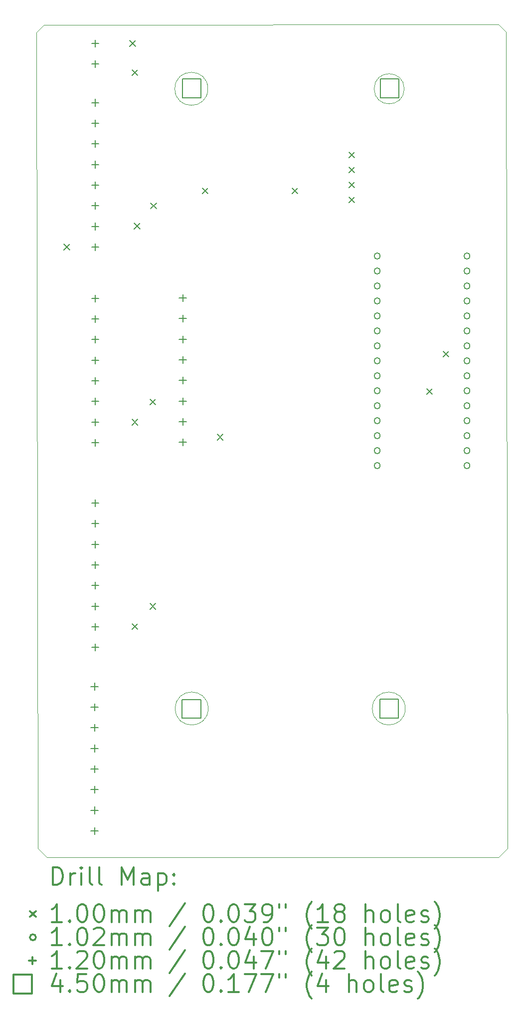
<source format=gbr>
%FSLAX45Y45*%
G04 Gerber Fmt 4.5, Leading zero omitted, Abs format (unit mm)*
G04 Created by KiCad (PCBNEW (6.0.0-rc1-dev-347-gd8782b751)) date 11/16/19 19:04:07*
%MOMM*%
%LPD*%
G01*
G04 APERTURE LIST*
%ADD10C,0.100000*%
%ADD11C,0.200000*%
%ADD12C,0.300000*%
G04 APERTURE END LIST*
D10*
X8331200Y-17322800D02*
X8178800Y-17170400D01*
X8280400Y-3200400D02*
X8153400Y-3327400D01*
X16154400Y-17170400D02*
X16002000Y-17322800D01*
X16135350Y-3321050D02*
X16008350Y-3194050D01*
X11074689Y-14802138D02*
G75*
G03X11074689Y-14802138I-279689J0D01*
G01*
X14420850Y-14801850D02*
G75*
G03X14420850Y-14801850I-279400J0D01*
G01*
X11069202Y-4287402D02*
G75*
G03X11069202Y-4287402I-280552J0D01*
G01*
X14403067Y-4287517D02*
G75*
G03X14403067Y-4287517I-255267J0D01*
G01*
X8178800Y-17170400D02*
X8153400Y-3327400D01*
X16002000Y-17322800D02*
X8331200Y-17322800D01*
X16135350Y-3321050D02*
X16154400Y-17170400D01*
X8280400Y-3200400D02*
X16008350Y-3194050D01*
D11*
X8624100Y-6922300D02*
X8724100Y-7022300D01*
X8724100Y-6922300D02*
X8624100Y-7022300D01*
X9741700Y-3467900D02*
X9841700Y-3567900D01*
X9841700Y-3467900D02*
X9741700Y-3567900D01*
X9779800Y-3963200D02*
X9879800Y-4063200D01*
X9879800Y-3963200D02*
X9779800Y-4063200D01*
X9779800Y-9894100D02*
X9879800Y-9994100D01*
X9879800Y-9894100D02*
X9779800Y-9994100D01*
X9779800Y-13361200D02*
X9879800Y-13461200D01*
X9879800Y-13361200D02*
X9779800Y-13461200D01*
X9817900Y-6566700D02*
X9917900Y-6666700D01*
X9917900Y-6566700D02*
X9817900Y-6666700D01*
X10084600Y-9551200D02*
X10184600Y-9651200D01*
X10184600Y-9551200D02*
X10084600Y-9651200D01*
X10084600Y-13018300D02*
X10184600Y-13118300D01*
X10184600Y-13018300D02*
X10084600Y-13118300D01*
X10097300Y-6223800D02*
X10197300Y-6323800D01*
X10197300Y-6223800D02*
X10097300Y-6323800D01*
X10973600Y-5969800D02*
X11073600Y-6069800D01*
X11073600Y-5969800D02*
X10973600Y-6069800D01*
X11227600Y-10148100D02*
X11327600Y-10248100D01*
X11327600Y-10148100D02*
X11227600Y-10248100D01*
X12497600Y-5969800D02*
X12597600Y-6069800D01*
X12597600Y-5969800D02*
X12497600Y-6069800D01*
X14783600Y-9373400D02*
X14883600Y-9473400D01*
X14883600Y-9373400D02*
X14783600Y-9473400D01*
X15063000Y-8738400D02*
X15163000Y-8838400D01*
X15163000Y-8738400D02*
X15063000Y-8838400D01*
X13462800Y-5360200D02*
X13562800Y-5460200D01*
X13562800Y-5360200D02*
X13462800Y-5460200D01*
X13462800Y-5614200D02*
X13562800Y-5714200D01*
X13562800Y-5614200D02*
X13462800Y-5714200D01*
X13462800Y-5868200D02*
X13562800Y-5968200D01*
X13562800Y-5868200D02*
X13462800Y-5968200D01*
X13462800Y-6122200D02*
X13562800Y-6222200D01*
X13562800Y-6122200D02*
X13462800Y-6222200D01*
X15519400Y-7124700D02*
G75*
G03X15519400Y-7124700I-50800J0D01*
G01*
X15519400Y-7378700D02*
G75*
G03X15519400Y-7378700I-50800J0D01*
G01*
X15519400Y-7632700D02*
G75*
G03X15519400Y-7632700I-50800J0D01*
G01*
X15519400Y-7886700D02*
G75*
G03X15519400Y-7886700I-50800J0D01*
G01*
X15519400Y-8140700D02*
G75*
G03X15519400Y-8140700I-50800J0D01*
G01*
X15519400Y-8394700D02*
G75*
G03X15519400Y-8394700I-50800J0D01*
G01*
X15519400Y-8648700D02*
G75*
G03X15519400Y-8648700I-50800J0D01*
G01*
X15519400Y-8902700D02*
G75*
G03X15519400Y-8902700I-50800J0D01*
G01*
X15519400Y-9156700D02*
G75*
G03X15519400Y-9156700I-50800J0D01*
G01*
X15519400Y-9410700D02*
G75*
G03X15519400Y-9410700I-50800J0D01*
G01*
X15519400Y-9664700D02*
G75*
G03X15519400Y-9664700I-50800J0D01*
G01*
X15519400Y-9918700D02*
G75*
G03X15519400Y-9918700I-50800J0D01*
G01*
X15519400Y-10172700D02*
G75*
G03X15519400Y-10172700I-50800J0D01*
G01*
X15519400Y-10426700D02*
G75*
G03X15519400Y-10426700I-50800J0D01*
G01*
X15519400Y-10680700D02*
G75*
G03X15519400Y-10680700I-50800J0D01*
G01*
X13995400Y-7124700D02*
G75*
G03X13995400Y-7124700I-50800J0D01*
G01*
X13995400Y-7378700D02*
G75*
G03X13995400Y-7378700I-50800J0D01*
G01*
X13995400Y-7632700D02*
G75*
G03X13995400Y-7632700I-50800J0D01*
G01*
X13995400Y-7886700D02*
G75*
G03X13995400Y-7886700I-50800J0D01*
G01*
X13995400Y-8140700D02*
G75*
G03X13995400Y-8140700I-50800J0D01*
G01*
X13995400Y-8394700D02*
G75*
G03X13995400Y-8394700I-50800J0D01*
G01*
X13995400Y-8648700D02*
G75*
G03X13995400Y-8648700I-50800J0D01*
G01*
X13995400Y-8902700D02*
G75*
G03X13995400Y-8902700I-50800J0D01*
G01*
X13995400Y-9156700D02*
G75*
G03X13995400Y-9156700I-50800J0D01*
G01*
X13995400Y-9410700D02*
G75*
G03X13995400Y-9410700I-50800J0D01*
G01*
X13995400Y-9664700D02*
G75*
G03X13995400Y-9664700I-50800J0D01*
G01*
X13995400Y-9918700D02*
G75*
G03X13995400Y-9918700I-50800J0D01*
G01*
X13995400Y-10172700D02*
G75*
G03X13995400Y-10172700I-50800J0D01*
G01*
X13995400Y-10426700D02*
G75*
G03X13995400Y-10426700I-50800J0D01*
G01*
X13995400Y-10680700D02*
G75*
G03X13995400Y-10680700I-50800J0D01*
G01*
X10642600Y-7775900D02*
X10642600Y-7895900D01*
X10582600Y-7835900D02*
X10702600Y-7835900D01*
X10642600Y-8125900D02*
X10642600Y-8245900D01*
X10582600Y-8185900D02*
X10702600Y-8185900D01*
X10642600Y-8475900D02*
X10642600Y-8595900D01*
X10582600Y-8535900D02*
X10702600Y-8535900D01*
X10642600Y-8825900D02*
X10642600Y-8945900D01*
X10582600Y-8885900D02*
X10702600Y-8885900D01*
X10642600Y-9175900D02*
X10642600Y-9295900D01*
X10582600Y-9235900D02*
X10702600Y-9235900D01*
X10642600Y-9525900D02*
X10642600Y-9645900D01*
X10582600Y-9585900D02*
X10702600Y-9585900D01*
X10642600Y-9875900D02*
X10642600Y-9995900D01*
X10582600Y-9935900D02*
X10702600Y-9935900D01*
X10642600Y-10225900D02*
X10642600Y-10345900D01*
X10582600Y-10285900D02*
X10702600Y-10285900D01*
X9156700Y-11255700D02*
X9156700Y-11375700D01*
X9096700Y-11315700D02*
X9216700Y-11315700D01*
X9156700Y-11605700D02*
X9156700Y-11725700D01*
X9096700Y-11665700D02*
X9216700Y-11665700D01*
X9156700Y-11955700D02*
X9156700Y-12075700D01*
X9096700Y-12015700D02*
X9216700Y-12015700D01*
X9156700Y-12305700D02*
X9156700Y-12425700D01*
X9096700Y-12365700D02*
X9216700Y-12365700D01*
X9156700Y-12655700D02*
X9156700Y-12775700D01*
X9096700Y-12715700D02*
X9216700Y-12715700D01*
X9156700Y-13005700D02*
X9156700Y-13125700D01*
X9096700Y-13065700D02*
X9216700Y-13065700D01*
X9156700Y-13355700D02*
X9156700Y-13475700D01*
X9096700Y-13415700D02*
X9216700Y-13415700D01*
X9156700Y-13705700D02*
X9156700Y-13825700D01*
X9096700Y-13765700D02*
X9216700Y-13765700D01*
X9156700Y-7781028D02*
X9156700Y-7901028D01*
X9096700Y-7841028D02*
X9216700Y-7841028D01*
X9156700Y-8131028D02*
X9156700Y-8251028D01*
X9096700Y-8191028D02*
X9216700Y-8191028D01*
X9156700Y-8481028D02*
X9156700Y-8601028D01*
X9096700Y-8541028D02*
X9216700Y-8541028D01*
X9156700Y-8831028D02*
X9156700Y-8951028D01*
X9096700Y-8891028D02*
X9216700Y-8891028D01*
X9156700Y-9181028D02*
X9156700Y-9301028D01*
X9096700Y-9241028D02*
X9216700Y-9241028D01*
X9156700Y-9531028D02*
X9156700Y-9651028D01*
X9096700Y-9591028D02*
X9216700Y-9591028D01*
X9156700Y-9881028D02*
X9156700Y-10001028D01*
X9096700Y-9941028D02*
X9216700Y-9941028D01*
X9156700Y-10231028D02*
X9156700Y-10351028D01*
X9096700Y-10291028D02*
X9216700Y-10291028D01*
X9144000Y-14367200D02*
X9144000Y-14487200D01*
X9084000Y-14427200D02*
X9204000Y-14427200D01*
X9144000Y-14717200D02*
X9144000Y-14837200D01*
X9084000Y-14777200D02*
X9204000Y-14777200D01*
X9144000Y-15067200D02*
X9144000Y-15187200D01*
X9084000Y-15127200D02*
X9204000Y-15127200D01*
X9144000Y-15417200D02*
X9144000Y-15537200D01*
X9084000Y-15477200D02*
X9204000Y-15477200D01*
X9144000Y-15767200D02*
X9144000Y-15887200D01*
X9084000Y-15827200D02*
X9204000Y-15827200D01*
X9144000Y-16117200D02*
X9144000Y-16237200D01*
X9084000Y-16177200D02*
X9204000Y-16177200D01*
X9144000Y-16467200D02*
X9144000Y-16587200D01*
X9084000Y-16527200D02*
X9204000Y-16527200D01*
X9144000Y-16817200D02*
X9144000Y-16937200D01*
X9084000Y-16877200D02*
X9204000Y-16877200D01*
X9156700Y-3457900D02*
X9156700Y-3577900D01*
X9096700Y-3517900D02*
X9216700Y-3517900D01*
X9156700Y-3807900D02*
X9156700Y-3927900D01*
X9096700Y-3867900D02*
X9216700Y-3867900D01*
X9156700Y-4461200D02*
X9156700Y-4581200D01*
X9096700Y-4521200D02*
X9216700Y-4521200D01*
X9156700Y-4811200D02*
X9156700Y-4931200D01*
X9096700Y-4871200D02*
X9216700Y-4871200D01*
X9156700Y-5161200D02*
X9156700Y-5281200D01*
X9096700Y-5221200D02*
X9216700Y-5221200D01*
X9156700Y-5511200D02*
X9156700Y-5631200D01*
X9096700Y-5571200D02*
X9216700Y-5571200D01*
X9156700Y-5861200D02*
X9156700Y-5981200D01*
X9096700Y-5921200D02*
X9216700Y-5921200D01*
X9156700Y-6211200D02*
X9156700Y-6331200D01*
X9096700Y-6271200D02*
X9216700Y-6271200D01*
X9156700Y-6561200D02*
X9156700Y-6681200D01*
X9096700Y-6621200D02*
X9216700Y-6621200D01*
X9156700Y-6911200D02*
X9156700Y-7031200D01*
X9096700Y-6971200D02*
X9216700Y-6971200D01*
X14313251Y-4439001D02*
X14313251Y-4120799D01*
X13995049Y-4120799D01*
X13995049Y-4439001D01*
X14313251Y-4439001D01*
X10954101Y-4439001D02*
X10954101Y-4120799D01*
X10635899Y-4120799D01*
X10635899Y-4439001D01*
X10954101Y-4439001D01*
X14306901Y-14960951D02*
X14306901Y-14642749D01*
X13988699Y-14642749D01*
X13988699Y-14960951D01*
X14306901Y-14960951D01*
X10947751Y-14967301D02*
X10947751Y-14649099D01*
X10629549Y-14649099D01*
X10629549Y-14967301D01*
X10947751Y-14967301D01*
D12*
X8434828Y-17793514D02*
X8434828Y-17493514D01*
X8506257Y-17493514D01*
X8549114Y-17507800D01*
X8577686Y-17536372D01*
X8591971Y-17564943D01*
X8606257Y-17622086D01*
X8606257Y-17664943D01*
X8591971Y-17722086D01*
X8577686Y-17750657D01*
X8549114Y-17779229D01*
X8506257Y-17793514D01*
X8434828Y-17793514D01*
X8734828Y-17793514D02*
X8734828Y-17593514D01*
X8734828Y-17650657D02*
X8749114Y-17622086D01*
X8763400Y-17607800D01*
X8791971Y-17593514D01*
X8820543Y-17593514D01*
X8920543Y-17793514D02*
X8920543Y-17593514D01*
X8920543Y-17493514D02*
X8906257Y-17507800D01*
X8920543Y-17522086D01*
X8934828Y-17507800D01*
X8920543Y-17493514D01*
X8920543Y-17522086D01*
X9106257Y-17793514D02*
X9077686Y-17779229D01*
X9063400Y-17750657D01*
X9063400Y-17493514D01*
X9263400Y-17793514D02*
X9234828Y-17779229D01*
X9220543Y-17750657D01*
X9220543Y-17493514D01*
X9606257Y-17793514D02*
X9606257Y-17493514D01*
X9706257Y-17707800D01*
X9806257Y-17493514D01*
X9806257Y-17793514D01*
X10077686Y-17793514D02*
X10077686Y-17636372D01*
X10063400Y-17607800D01*
X10034828Y-17593514D01*
X9977686Y-17593514D01*
X9949114Y-17607800D01*
X10077686Y-17779229D02*
X10049114Y-17793514D01*
X9977686Y-17793514D01*
X9949114Y-17779229D01*
X9934828Y-17750657D01*
X9934828Y-17722086D01*
X9949114Y-17693514D01*
X9977686Y-17679229D01*
X10049114Y-17679229D01*
X10077686Y-17664943D01*
X10220543Y-17593514D02*
X10220543Y-17893514D01*
X10220543Y-17607800D02*
X10249114Y-17593514D01*
X10306257Y-17593514D01*
X10334828Y-17607800D01*
X10349114Y-17622086D01*
X10363400Y-17650657D01*
X10363400Y-17736372D01*
X10349114Y-17764943D01*
X10334828Y-17779229D01*
X10306257Y-17793514D01*
X10249114Y-17793514D01*
X10220543Y-17779229D01*
X10491971Y-17764943D02*
X10506257Y-17779229D01*
X10491971Y-17793514D01*
X10477686Y-17779229D01*
X10491971Y-17764943D01*
X10491971Y-17793514D01*
X10491971Y-17607800D02*
X10506257Y-17622086D01*
X10491971Y-17636372D01*
X10477686Y-17622086D01*
X10491971Y-17607800D01*
X10491971Y-17636372D01*
X8048400Y-18237800D02*
X8148400Y-18337800D01*
X8148400Y-18237800D02*
X8048400Y-18337800D01*
X8591971Y-18423514D02*
X8420543Y-18423514D01*
X8506257Y-18423514D02*
X8506257Y-18123514D01*
X8477686Y-18166372D01*
X8449114Y-18194943D01*
X8420543Y-18209229D01*
X8720543Y-18394943D02*
X8734828Y-18409229D01*
X8720543Y-18423514D01*
X8706257Y-18409229D01*
X8720543Y-18394943D01*
X8720543Y-18423514D01*
X8920543Y-18123514D02*
X8949114Y-18123514D01*
X8977686Y-18137800D01*
X8991971Y-18152086D01*
X9006257Y-18180657D01*
X9020543Y-18237800D01*
X9020543Y-18309229D01*
X9006257Y-18366372D01*
X8991971Y-18394943D01*
X8977686Y-18409229D01*
X8949114Y-18423514D01*
X8920543Y-18423514D01*
X8891971Y-18409229D01*
X8877686Y-18394943D01*
X8863400Y-18366372D01*
X8849114Y-18309229D01*
X8849114Y-18237800D01*
X8863400Y-18180657D01*
X8877686Y-18152086D01*
X8891971Y-18137800D01*
X8920543Y-18123514D01*
X9206257Y-18123514D02*
X9234828Y-18123514D01*
X9263400Y-18137800D01*
X9277686Y-18152086D01*
X9291971Y-18180657D01*
X9306257Y-18237800D01*
X9306257Y-18309229D01*
X9291971Y-18366372D01*
X9277686Y-18394943D01*
X9263400Y-18409229D01*
X9234828Y-18423514D01*
X9206257Y-18423514D01*
X9177686Y-18409229D01*
X9163400Y-18394943D01*
X9149114Y-18366372D01*
X9134828Y-18309229D01*
X9134828Y-18237800D01*
X9149114Y-18180657D01*
X9163400Y-18152086D01*
X9177686Y-18137800D01*
X9206257Y-18123514D01*
X9434828Y-18423514D02*
X9434828Y-18223514D01*
X9434828Y-18252086D02*
X9449114Y-18237800D01*
X9477686Y-18223514D01*
X9520543Y-18223514D01*
X9549114Y-18237800D01*
X9563400Y-18266372D01*
X9563400Y-18423514D01*
X9563400Y-18266372D02*
X9577686Y-18237800D01*
X9606257Y-18223514D01*
X9649114Y-18223514D01*
X9677686Y-18237800D01*
X9691971Y-18266372D01*
X9691971Y-18423514D01*
X9834828Y-18423514D02*
X9834828Y-18223514D01*
X9834828Y-18252086D02*
X9849114Y-18237800D01*
X9877686Y-18223514D01*
X9920543Y-18223514D01*
X9949114Y-18237800D01*
X9963400Y-18266372D01*
X9963400Y-18423514D01*
X9963400Y-18266372D02*
X9977686Y-18237800D01*
X10006257Y-18223514D01*
X10049114Y-18223514D01*
X10077686Y-18237800D01*
X10091971Y-18266372D01*
X10091971Y-18423514D01*
X10677686Y-18109229D02*
X10420543Y-18494943D01*
X11063400Y-18123514D02*
X11091971Y-18123514D01*
X11120543Y-18137800D01*
X11134828Y-18152086D01*
X11149114Y-18180657D01*
X11163400Y-18237800D01*
X11163400Y-18309229D01*
X11149114Y-18366372D01*
X11134828Y-18394943D01*
X11120543Y-18409229D01*
X11091971Y-18423514D01*
X11063400Y-18423514D01*
X11034828Y-18409229D01*
X11020543Y-18394943D01*
X11006257Y-18366372D01*
X10991971Y-18309229D01*
X10991971Y-18237800D01*
X11006257Y-18180657D01*
X11020543Y-18152086D01*
X11034828Y-18137800D01*
X11063400Y-18123514D01*
X11291971Y-18394943D02*
X11306257Y-18409229D01*
X11291971Y-18423514D01*
X11277686Y-18409229D01*
X11291971Y-18394943D01*
X11291971Y-18423514D01*
X11491971Y-18123514D02*
X11520543Y-18123514D01*
X11549114Y-18137800D01*
X11563400Y-18152086D01*
X11577686Y-18180657D01*
X11591971Y-18237800D01*
X11591971Y-18309229D01*
X11577686Y-18366372D01*
X11563400Y-18394943D01*
X11549114Y-18409229D01*
X11520543Y-18423514D01*
X11491971Y-18423514D01*
X11463400Y-18409229D01*
X11449114Y-18394943D01*
X11434828Y-18366372D01*
X11420543Y-18309229D01*
X11420543Y-18237800D01*
X11434828Y-18180657D01*
X11449114Y-18152086D01*
X11463400Y-18137800D01*
X11491971Y-18123514D01*
X11691971Y-18123514D02*
X11877686Y-18123514D01*
X11777686Y-18237800D01*
X11820543Y-18237800D01*
X11849114Y-18252086D01*
X11863400Y-18266372D01*
X11877686Y-18294943D01*
X11877686Y-18366372D01*
X11863400Y-18394943D01*
X11849114Y-18409229D01*
X11820543Y-18423514D01*
X11734828Y-18423514D01*
X11706257Y-18409229D01*
X11691971Y-18394943D01*
X12020543Y-18423514D02*
X12077686Y-18423514D01*
X12106257Y-18409229D01*
X12120543Y-18394943D01*
X12149114Y-18352086D01*
X12163400Y-18294943D01*
X12163400Y-18180657D01*
X12149114Y-18152086D01*
X12134828Y-18137800D01*
X12106257Y-18123514D01*
X12049114Y-18123514D01*
X12020543Y-18137800D01*
X12006257Y-18152086D01*
X11991971Y-18180657D01*
X11991971Y-18252086D01*
X12006257Y-18280657D01*
X12020543Y-18294943D01*
X12049114Y-18309229D01*
X12106257Y-18309229D01*
X12134828Y-18294943D01*
X12149114Y-18280657D01*
X12163400Y-18252086D01*
X12277686Y-18123514D02*
X12277686Y-18180657D01*
X12391971Y-18123514D02*
X12391971Y-18180657D01*
X12834828Y-18537800D02*
X12820543Y-18523514D01*
X12791971Y-18480657D01*
X12777686Y-18452086D01*
X12763400Y-18409229D01*
X12749114Y-18337800D01*
X12749114Y-18280657D01*
X12763400Y-18209229D01*
X12777686Y-18166372D01*
X12791971Y-18137800D01*
X12820543Y-18094943D01*
X12834828Y-18080657D01*
X13106257Y-18423514D02*
X12934828Y-18423514D01*
X13020543Y-18423514D02*
X13020543Y-18123514D01*
X12991971Y-18166372D01*
X12963400Y-18194943D01*
X12934828Y-18209229D01*
X13277686Y-18252086D02*
X13249114Y-18237800D01*
X13234828Y-18223514D01*
X13220543Y-18194943D01*
X13220543Y-18180657D01*
X13234828Y-18152086D01*
X13249114Y-18137800D01*
X13277686Y-18123514D01*
X13334828Y-18123514D01*
X13363400Y-18137800D01*
X13377686Y-18152086D01*
X13391971Y-18180657D01*
X13391971Y-18194943D01*
X13377686Y-18223514D01*
X13363400Y-18237800D01*
X13334828Y-18252086D01*
X13277686Y-18252086D01*
X13249114Y-18266372D01*
X13234828Y-18280657D01*
X13220543Y-18309229D01*
X13220543Y-18366372D01*
X13234828Y-18394943D01*
X13249114Y-18409229D01*
X13277686Y-18423514D01*
X13334828Y-18423514D01*
X13363400Y-18409229D01*
X13377686Y-18394943D01*
X13391971Y-18366372D01*
X13391971Y-18309229D01*
X13377686Y-18280657D01*
X13363400Y-18266372D01*
X13334828Y-18252086D01*
X13749114Y-18423514D02*
X13749114Y-18123514D01*
X13877686Y-18423514D02*
X13877686Y-18266372D01*
X13863400Y-18237800D01*
X13834828Y-18223514D01*
X13791971Y-18223514D01*
X13763400Y-18237800D01*
X13749114Y-18252086D01*
X14063400Y-18423514D02*
X14034828Y-18409229D01*
X14020543Y-18394943D01*
X14006257Y-18366372D01*
X14006257Y-18280657D01*
X14020543Y-18252086D01*
X14034828Y-18237800D01*
X14063400Y-18223514D01*
X14106257Y-18223514D01*
X14134828Y-18237800D01*
X14149114Y-18252086D01*
X14163400Y-18280657D01*
X14163400Y-18366372D01*
X14149114Y-18394943D01*
X14134828Y-18409229D01*
X14106257Y-18423514D01*
X14063400Y-18423514D01*
X14334828Y-18423514D02*
X14306257Y-18409229D01*
X14291971Y-18380657D01*
X14291971Y-18123514D01*
X14563400Y-18409229D02*
X14534828Y-18423514D01*
X14477686Y-18423514D01*
X14449114Y-18409229D01*
X14434828Y-18380657D01*
X14434828Y-18266372D01*
X14449114Y-18237800D01*
X14477686Y-18223514D01*
X14534828Y-18223514D01*
X14563400Y-18237800D01*
X14577686Y-18266372D01*
X14577686Y-18294943D01*
X14434828Y-18323514D01*
X14691971Y-18409229D02*
X14720543Y-18423514D01*
X14777686Y-18423514D01*
X14806257Y-18409229D01*
X14820543Y-18380657D01*
X14820543Y-18366372D01*
X14806257Y-18337800D01*
X14777686Y-18323514D01*
X14734828Y-18323514D01*
X14706257Y-18309229D01*
X14691971Y-18280657D01*
X14691971Y-18266372D01*
X14706257Y-18237800D01*
X14734828Y-18223514D01*
X14777686Y-18223514D01*
X14806257Y-18237800D01*
X14920543Y-18537800D02*
X14934828Y-18523514D01*
X14963400Y-18480657D01*
X14977686Y-18452086D01*
X14991971Y-18409229D01*
X15006257Y-18337800D01*
X15006257Y-18280657D01*
X14991971Y-18209229D01*
X14977686Y-18166372D01*
X14963400Y-18137800D01*
X14934828Y-18094943D01*
X14920543Y-18080657D01*
X8148400Y-18683800D02*
G75*
G03X8148400Y-18683800I-50800J0D01*
G01*
X8591971Y-18819514D02*
X8420543Y-18819514D01*
X8506257Y-18819514D02*
X8506257Y-18519514D01*
X8477686Y-18562372D01*
X8449114Y-18590943D01*
X8420543Y-18605229D01*
X8720543Y-18790943D02*
X8734828Y-18805229D01*
X8720543Y-18819514D01*
X8706257Y-18805229D01*
X8720543Y-18790943D01*
X8720543Y-18819514D01*
X8920543Y-18519514D02*
X8949114Y-18519514D01*
X8977686Y-18533800D01*
X8991971Y-18548086D01*
X9006257Y-18576657D01*
X9020543Y-18633800D01*
X9020543Y-18705229D01*
X9006257Y-18762372D01*
X8991971Y-18790943D01*
X8977686Y-18805229D01*
X8949114Y-18819514D01*
X8920543Y-18819514D01*
X8891971Y-18805229D01*
X8877686Y-18790943D01*
X8863400Y-18762372D01*
X8849114Y-18705229D01*
X8849114Y-18633800D01*
X8863400Y-18576657D01*
X8877686Y-18548086D01*
X8891971Y-18533800D01*
X8920543Y-18519514D01*
X9134828Y-18548086D02*
X9149114Y-18533800D01*
X9177686Y-18519514D01*
X9249114Y-18519514D01*
X9277686Y-18533800D01*
X9291971Y-18548086D01*
X9306257Y-18576657D01*
X9306257Y-18605229D01*
X9291971Y-18648086D01*
X9120543Y-18819514D01*
X9306257Y-18819514D01*
X9434828Y-18819514D02*
X9434828Y-18619514D01*
X9434828Y-18648086D02*
X9449114Y-18633800D01*
X9477686Y-18619514D01*
X9520543Y-18619514D01*
X9549114Y-18633800D01*
X9563400Y-18662372D01*
X9563400Y-18819514D01*
X9563400Y-18662372D02*
X9577686Y-18633800D01*
X9606257Y-18619514D01*
X9649114Y-18619514D01*
X9677686Y-18633800D01*
X9691971Y-18662372D01*
X9691971Y-18819514D01*
X9834828Y-18819514D02*
X9834828Y-18619514D01*
X9834828Y-18648086D02*
X9849114Y-18633800D01*
X9877686Y-18619514D01*
X9920543Y-18619514D01*
X9949114Y-18633800D01*
X9963400Y-18662372D01*
X9963400Y-18819514D01*
X9963400Y-18662372D02*
X9977686Y-18633800D01*
X10006257Y-18619514D01*
X10049114Y-18619514D01*
X10077686Y-18633800D01*
X10091971Y-18662372D01*
X10091971Y-18819514D01*
X10677686Y-18505229D02*
X10420543Y-18890943D01*
X11063400Y-18519514D02*
X11091971Y-18519514D01*
X11120543Y-18533800D01*
X11134828Y-18548086D01*
X11149114Y-18576657D01*
X11163400Y-18633800D01*
X11163400Y-18705229D01*
X11149114Y-18762372D01*
X11134828Y-18790943D01*
X11120543Y-18805229D01*
X11091971Y-18819514D01*
X11063400Y-18819514D01*
X11034828Y-18805229D01*
X11020543Y-18790943D01*
X11006257Y-18762372D01*
X10991971Y-18705229D01*
X10991971Y-18633800D01*
X11006257Y-18576657D01*
X11020543Y-18548086D01*
X11034828Y-18533800D01*
X11063400Y-18519514D01*
X11291971Y-18790943D02*
X11306257Y-18805229D01*
X11291971Y-18819514D01*
X11277686Y-18805229D01*
X11291971Y-18790943D01*
X11291971Y-18819514D01*
X11491971Y-18519514D02*
X11520543Y-18519514D01*
X11549114Y-18533800D01*
X11563400Y-18548086D01*
X11577686Y-18576657D01*
X11591971Y-18633800D01*
X11591971Y-18705229D01*
X11577686Y-18762372D01*
X11563400Y-18790943D01*
X11549114Y-18805229D01*
X11520543Y-18819514D01*
X11491971Y-18819514D01*
X11463400Y-18805229D01*
X11449114Y-18790943D01*
X11434828Y-18762372D01*
X11420543Y-18705229D01*
X11420543Y-18633800D01*
X11434828Y-18576657D01*
X11449114Y-18548086D01*
X11463400Y-18533800D01*
X11491971Y-18519514D01*
X11849114Y-18619514D02*
X11849114Y-18819514D01*
X11777686Y-18505229D02*
X11706257Y-18719514D01*
X11891971Y-18719514D01*
X12063400Y-18519514D02*
X12091971Y-18519514D01*
X12120543Y-18533800D01*
X12134828Y-18548086D01*
X12149114Y-18576657D01*
X12163400Y-18633800D01*
X12163400Y-18705229D01*
X12149114Y-18762372D01*
X12134828Y-18790943D01*
X12120543Y-18805229D01*
X12091971Y-18819514D01*
X12063400Y-18819514D01*
X12034828Y-18805229D01*
X12020543Y-18790943D01*
X12006257Y-18762372D01*
X11991971Y-18705229D01*
X11991971Y-18633800D01*
X12006257Y-18576657D01*
X12020543Y-18548086D01*
X12034828Y-18533800D01*
X12063400Y-18519514D01*
X12277686Y-18519514D02*
X12277686Y-18576657D01*
X12391971Y-18519514D02*
X12391971Y-18576657D01*
X12834828Y-18933800D02*
X12820543Y-18919514D01*
X12791971Y-18876657D01*
X12777686Y-18848086D01*
X12763400Y-18805229D01*
X12749114Y-18733800D01*
X12749114Y-18676657D01*
X12763400Y-18605229D01*
X12777686Y-18562372D01*
X12791971Y-18533800D01*
X12820543Y-18490943D01*
X12834828Y-18476657D01*
X12920543Y-18519514D02*
X13106257Y-18519514D01*
X13006257Y-18633800D01*
X13049114Y-18633800D01*
X13077686Y-18648086D01*
X13091971Y-18662372D01*
X13106257Y-18690943D01*
X13106257Y-18762372D01*
X13091971Y-18790943D01*
X13077686Y-18805229D01*
X13049114Y-18819514D01*
X12963400Y-18819514D01*
X12934828Y-18805229D01*
X12920543Y-18790943D01*
X13291971Y-18519514D02*
X13320543Y-18519514D01*
X13349114Y-18533800D01*
X13363400Y-18548086D01*
X13377686Y-18576657D01*
X13391971Y-18633800D01*
X13391971Y-18705229D01*
X13377686Y-18762372D01*
X13363400Y-18790943D01*
X13349114Y-18805229D01*
X13320543Y-18819514D01*
X13291971Y-18819514D01*
X13263400Y-18805229D01*
X13249114Y-18790943D01*
X13234828Y-18762372D01*
X13220543Y-18705229D01*
X13220543Y-18633800D01*
X13234828Y-18576657D01*
X13249114Y-18548086D01*
X13263400Y-18533800D01*
X13291971Y-18519514D01*
X13749114Y-18819514D02*
X13749114Y-18519514D01*
X13877686Y-18819514D02*
X13877686Y-18662372D01*
X13863400Y-18633800D01*
X13834828Y-18619514D01*
X13791971Y-18619514D01*
X13763400Y-18633800D01*
X13749114Y-18648086D01*
X14063400Y-18819514D02*
X14034828Y-18805229D01*
X14020543Y-18790943D01*
X14006257Y-18762372D01*
X14006257Y-18676657D01*
X14020543Y-18648086D01*
X14034828Y-18633800D01*
X14063400Y-18619514D01*
X14106257Y-18619514D01*
X14134828Y-18633800D01*
X14149114Y-18648086D01*
X14163400Y-18676657D01*
X14163400Y-18762372D01*
X14149114Y-18790943D01*
X14134828Y-18805229D01*
X14106257Y-18819514D01*
X14063400Y-18819514D01*
X14334828Y-18819514D02*
X14306257Y-18805229D01*
X14291971Y-18776657D01*
X14291971Y-18519514D01*
X14563400Y-18805229D02*
X14534828Y-18819514D01*
X14477686Y-18819514D01*
X14449114Y-18805229D01*
X14434828Y-18776657D01*
X14434828Y-18662372D01*
X14449114Y-18633800D01*
X14477686Y-18619514D01*
X14534828Y-18619514D01*
X14563400Y-18633800D01*
X14577686Y-18662372D01*
X14577686Y-18690943D01*
X14434828Y-18719514D01*
X14691971Y-18805229D02*
X14720543Y-18819514D01*
X14777686Y-18819514D01*
X14806257Y-18805229D01*
X14820543Y-18776657D01*
X14820543Y-18762372D01*
X14806257Y-18733800D01*
X14777686Y-18719514D01*
X14734828Y-18719514D01*
X14706257Y-18705229D01*
X14691971Y-18676657D01*
X14691971Y-18662372D01*
X14706257Y-18633800D01*
X14734828Y-18619514D01*
X14777686Y-18619514D01*
X14806257Y-18633800D01*
X14920543Y-18933800D02*
X14934828Y-18919514D01*
X14963400Y-18876657D01*
X14977686Y-18848086D01*
X14991971Y-18805229D01*
X15006257Y-18733800D01*
X15006257Y-18676657D01*
X14991971Y-18605229D01*
X14977686Y-18562372D01*
X14963400Y-18533800D01*
X14934828Y-18490943D01*
X14920543Y-18476657D01*
X8088400Y-19019800D02*
X8088400Y-19139800D01*
X8028400Y-19079800D02*
X8148400Y-19079800D01*
X8591971Y-19215514D02*
X8420543Y-19215514D01*
X8506257Y-19215514D02*
X8506257Y-18915514D01*
X8477686Y-18958372D01*
X8449114Y-18986943D01*
X8420543Y-19001229D01*
X8720543Y-19186943D02*
X8734828Y-19201229D01*
X8720543Y-19215514D01*
X8706257Y-19201229D01*
X8720543Y-19186943D01*
X8720543Y-19215514D01*
X8849114Y-18944086D02*
X8863400Y-18929800D01*
X8891971Y-18915514D01*
X8963400Y-18915514D01*
X8991971Y-18929800D01*
X9006257Y-18944086D01*
X9020543Y-18972657D01*
X9020543Y-19001229D01*
X9006257Y-19044086D01*
X8834828Y-19215514D01*
X9020543Y-19215514D01*
X9206257Y-18915514D02*
X9234828Y-18915514D01*
X9263400Y-18929800D01*
X9277686Y-18944086D01*
X9291971Y-18972657D01*
X9306257Y-19029800D01*
X9306257Y-19101229D01*
X9291971Y-19158372D01*
X9277686Y-19186943D01*
X9263400Y-19201229D01*
X9234828Y-19215514D01*
X9206257Y-19215514D01*
X9177686Y-19201229D01*
X9163400Y-19186943D01*
X9149114Y-19158372D01*
X9134828Y-19101229D01*
X9134828Y-19029800D01*
X9149114Y-18972657D01*
X9163400Y-18944086D01*
X9177686Y-18929800D01*
X9206257Y-18915514D01*
X9434828Y-19215514D02*
X9434828Y-19015514D01*
X9434828Y-19044086D02*
X9449114Y-19029800D01*
X9477686Y-19015514D01*
X9520543Y-19015514D01*
X9549114Y-19029800D01*
X9563400Y-19058372D01*
X9563400Y-19215514D01*
X9563400Y-19058372D02*
X9577686Y-19029800D01*
X9606257Y-19015514D01*
X9649114Y-19015514D01*
X9677686Y-19029800D01*
X9691971Y-19058372D01*
X9691971Y-19215514D01*
X9834828Y-19215514D02*
X9834828Y-19015514D01*
X9834828Y-19044086D02*
X9849114Y-19029800D01*
X9877686Y-19015514D01*
X9920543Y-19015514D01*
X9949114Y-19029800D01*
X9963400Y-19058372D01*
X9963400Y-19215514D01*
X9963400Y-19058372D02*
X9977686Y-19029800D01*
X10006257Y-19015514D01*
X10049114Y-19015514D01*
X10077686Y-19029800D01*
X10091971Y-19058372D01*
X10091971Y-19215514D01*
X10677686Y-18901229D02*
X10420543Y-19286943D01*
X11063400Y-18915514D02*
X11091971Y-18915514D01*
X11120543Y-18929800D01*
X11134828Y-18944086D01*
X11149114Y-18972657D01*
X11163400Y-19029800D01*
X11163400Y-19101229D01*
X11149114Y-19158372D01*
X11134828Y-19186943D01*
X11120543Y-19201229D01*
X11091971Y-19215514D01*
X11063400Y-19215514D01*
X11034828Y-19201229D01*
X11020543Y-19186943D01*
X11006257Y-19158372D01*
X10991971Y-19101229D01*
X10991971Y-19029800D01*
X11006257Y-18972657D01*
X11020543Y-18944086D01*
X11034828Y-18929800D01*
X11063400Y-18915514D01*
X11291971Y-19186943D02*
X11306257Y-19201229D01*
X11291971Y-19215514D01*
X11277686Y-19201229D01*
X11291971Y-19186943D01*
X11291971Y-19215514D01*
X11491971Y-18915514D02*
X11520543Y-18915514D01*
X11549114Y-18929800D01*
X11563400Y-18944086D01*
X11577686Y-18972657D01*
X11591971Y-19029800D01*
X11591971Y-19101229D01*
X11577686Y-19158372D01*
X11563400Y-19186943D01*
X11549114Y-19201229D01*
X11520543Y-19215514D01*
X11491971Y-19215514D01*
X11463400Y-19201229D01*
X11449114Y-19186943D01*
X11434828Y-19158372D01*
X11420543Y-19101229D01*
X11420543Y-19029800D01*
X11434828Y-18972657D01*
X11449114Y-18944086D01*
X11463400Y-18929800D01*
X11491971Y-18915514D01*
X11849114Y-19015514D02*
X11849114Y-19215514D01*
X11777686Y-18901229D02*
X11706257Y-19115514D01*
X11891971Y-19115514D01*
X11977686Y-18915514D02*
X12177686Y-18915514D01*
X12049114Y-19215514D01*
X12277686Y-18915514D02*
X12277686Y-18972657D01*
X12391971Y-18915514D02*
X12391971Y-18972657D01*
X12834828Y-19329800D02*
X12820543Y-19315514D01*
X12791971Y-19272657D01*
X12777686Y-19244086D01*
X12763400Y-19201229D01*
X12749114Y-19129800D01*
X12749114Y-19072657D01*
X12763400Y-19001229D01*
X12777686Y-18958372D01*
X12791971Y-18929800D01*
X12820543Y-18886943D01*
X12834828Y-18872657D01*
X13077686Y-19015514D02*
X13077686Y-19215514D01*
X13006257Y-18901229D02*
X12934828Y-19115514D01*
X13120543Y-19115514D01*
X13220543Y-18944086D02*
X13234828Y-18929800D01*
X13263400Y-18915514D01*
X13334828Y-18915514D01*
X13363400Y-18929800D01*
X13377686Y-18944086D01*
X13391971Y-18972657D01*
X13391971Y-19001229D01*
X13377686Y-19044086D01*
X13206257Y-19215514D01*
X13391971Y-19215514D01*
X13749114Y-19215514D02*
X13749114Y-18915514D01*
X13877686Y-19215514D02*
X13877686Y-19058372D01*
X13863400Y-19029800D01*
X13834828Y-19015514D01*
X13791971Y-19015514D01*
X13763400Y-19029800D01*
X13749114Y-19044086D01*
X14063400Y-19215514D02*
X14034828Y-19201229D01*
X14020543Y-19186943D01*
X14006257Y-19158372D01*
X14006257Y-19072657D01*
X14020543Y-19044086D01*
X14034828Y-19029800D01*
X14063400Y-19015514D01*
X14106257Y-19015514D01*
X14134828Y-19029800D01*
X14149114Y-19044086D01*
X14163400Y-19072657D01*
X14163400Y-19158372D01*
X14149114Y-19186943D01*
X14134828Y-19201229D01*
X14106257Y-19215514D01*
X14063400Y-19215514D01*
X14334828Y-19215514D02*
X14306257Y-19201229D01*
X14291971Y-19172657D01*
X14291971Y-18915514D01*
X14563400Y-19201229D02*
X14534828Y-19215514D01*
X14477686Y-19215514D01*
X14449114Y-19201229D01*
X14434828Y-19172657D01*
X14434828Y-19058372D01*
X14449114Y-19029800D01*
X14477686Y-19015514D01*
X14534828Y-19015514D01*
X14563400Y-19029800D01*
X14577686Y-19058372D01*
X14577686Y-19086943D01*
X14434828Y-19115514D01*
X14691971Y-19201229D02*
X14720543Y-19215514D01*
X14777686Y-19215514D01*
X14806257Y-19201229D01*
X14820543Y-19172657D01*
X14820543Y-19158372D01*
X14806257Y-19129800D01*
X14777686Y-19115514D01*
X14734828Y-19115514D01*
X14706257Y-19101229D01*
X14691971Y-19072657D01*
X14691971Y-19058372D01*
X14706257Y-19029800D01*
X14734828Y-19015514D01*
X14777686Y-19015514D01*
X14806257Y-19029800D01*
X14920543Y-19329800D02*
X14934828Y-19315514D01*
X14963400Y-19272657D01*
X14977686Y-19244086D01*
X14991971Y-19201229D01*
X15006257Y-19129800D01*
X15006257Y-19072657D01*
X14991971Y-19001229D01*
X14977686Y-18958372D01*
X14963400Y-18929800D01*
X14934828Y-18886943D01*
X14920543Y-18872657D01*
X8082500Y-19634901D02*
X8082500Y-19316700D01*
X7764299Y-19316700D01*
X7764299Y-19634901D01*
X8082500Y-19634901D01*
X8563400Y-19411514D02*
X8563400Y-19611514D01*
X8491971Y-19297229D02*
X8420543Y-19511514D01*
X8606257Y-19511514D01*
X8720543Y-19582943D02*
X8734828Y-19597229D01*
X8720543Y-19611514D01*
X8706257Y-19597229D01*
X8720543Y-19582943D01*
X8720543Y-19611514D01*
X9006257Y-19311514D02*
X8863400Y-19311514D01*
X8849114Y-19454372D01*
X8863400Y-19440086D01*
X8891971Y-19425800D01*
X8963400Y-19425800D01*
X8991971Y-19440086D01*
X9006257Y-19454372D01*
X9020543Y-19482943D01*
X9020543Y-19554372D01*
X9006257Y-19582943D01*
X8991971Y-19597229D01*
X8963400Y-19611514D01*
X8891971Y-19611514D01*
X8863400Y-19597229D01*
X8849114Y-19582943D01*
X9206257Y-19311514D02*
X9234828Y-19311514D01*
X9263400Y-19325800D01*
X9277686Y-19340086D01*
X9291971Y-19368657D01*
X9306257Y-19425800D01*
X9306257Y-19497229D01*
X9291971Y-19554372D01*
X9277686Y-19582943D01*
X9263400Y-19597229D01*
X9234828Y-19611514D01*
X9206257Y-19611514D01*
X9177686Y-19597229D01*
X9163400Y-19582943D01*
X9149114Y-19554372D01*
X9134828Y-19497229D01*
X9134828Y-19425800D01*
X9149114Y-19368657D01*
X9163400Y-19340086D01*
X9177686Y-19325800D01*
X9206257Y-19311514D01*
X9434828Y-19611514D02*
X9434828Y-19411514D01*
X9434828Y-19440086D02*
X9449114Y-19425800D01*
X9477686Y-19411514D01*
X9520543Y-19411514D01*
X9549114Y-19425800D01*
X9563400Y-19454372D01*
X9563400Y-19611514D01*
X9563400Y-19454372D02*
X9577686Y-19425800D01*
X9606257Y-19411514D01*
X9649114Y-19411514D01*
X9677686Y-19425800D01*
X9691971Y-19454372D01*
X9691971Y-19611514D01*
X9834828Y-19611514D02*
X9834828Y-19411514D01*
X9834828Y-19440086D02*
X9849114Y-19425800D01*
X9877686Y-19411514D01*
X9920543Y-19411514D01*
X9949114Y-19425800D01*
X9963400Y-19454372D01*
X9963400Y-19611514D01*
X9963400Y-19454372D02*
X9977686Y-19425800D01*
X10006257Y-19411514D01*
X10049114Y-19411514D01*
X10077686Y-19425800D01*
X10091971Y-19454372D01*
X10091971Y-19611514D01*
X10677686Y-19297229D02*
X10420543Y-19682943D01*
X11063400Y-19311514D02*
X11091971Y-19311514D01*
X11120543Y-19325800D01*
X11134828Y-19340086D01*
X11149114Y-19368657D01*
X11163400Y-19425800D01*
X11163400Y-19497229D01*
X11149114Y-19554372D01*
X11134828Y-19582943D01*
X11120543Y-19597229D01*
X11091971Y-19611514D01*
X11063400Y-19611514D01*
X11034828Y-19597229D01*
X11020543Y-19582943D01*
X11006257Y-19554372D01*
X10991971Y-19497229D01*
X10991971Y-19425800D01*
X11006257Y-19368657D01*
X11020543Y-19340086D01*
X11034828Y-19325800D01*
X11063400Y-19311514D01*
X11291971Y-19582943D02*
X11306257Y-19597229D01*
X11291971Y-19611514D01*
X11277686Y-19597229D01*
X11291971Y-19582943D01*
X11291971Y-19611514D01*
X11591971Y-19611514D02*
X11420543Y-19611514D01*
X11506257Y-19611514D02*
X11506257Y-19311514D01*
X11477686Y-19354372D01*
X11449114Y-19382943D01*
X11420543Y-19397229D01*
X11691971Y-19311514D02*
X11891971Y-19311514D01*
X11763400Y-19611514D01*
X11977686Y-19311514D02*
X12177686Y-19311514D01*
X12049114Y-19611514D01*
X12277686Y-19311514D02*
X12277686Y-19368657D01*
X12391971Y-19311514D02*
X12391971Y-19368657D01*
X12834828Y-19725800D02*
X12820543Y-19711514D01*
X12791971Y-19668657D01*
X12777686Y-19640086D01*
X12763400Y-19597229D01*
X12749114Y-19525800D01*
X12749114Y-19468657D01*
X12763400Y-19397229D01*
X12777686Y-19354372D01*
X12791971Y-19325800D01*
X12820543Y-19282943D01*
X12834828Y-19268657D01*
X13077686Y-19411514D02*
X13077686Y-19611514D01*
X13006257Y-19297229D02*
X12934828Y-19511514D01*
X13120543Y-19511514D01*
X13463400Y-19611514D02*
X13463400Y-19311514D01*
X13591971Y-19611514D02*
X13591971Y-19454372D01*
X13577686Y-19425800D01*
X13549114Y-19411514D01*
X13506257Y-19411514D01*
X13477686Y-19425800D01*
X13463400Y-19440086D01*
X13777686Y-19611514D02*
X13749114Y-19597229D01*
X13734828Y-19582943D01*
X13720543Y-19554372D01*
X13720543Y-19468657D01*
X13734828Y-19440086D01*
X13749114Y-19425800D01*
X13777686Y-19411514D01*
X13820543Y-19411514D01*
X13849114Y-19425800D01*
X13863400Y-19440086D01*
X13877686Y-19468657D01*
X13877686Y-19554372D01*
X13863400Y-19582943D01*
X13849114Y-19597229D01*
X13820543Y-19611514D01*
X13777686Y-19611514D01*
X14049114Y-19611514D02*
X14020543Y-19597229D01*
X14006257Y-19568657D01*
X14006257Y-19311514D01*
X14277686Y-19597229D02*
X14249114Y-19611514D01*
X14191971Y-19611514D01*
X14163400Y-19597229D01*
X14149114Y-19568657D01*
X14149114Y-19454372D01*
X14163400Y-19425800D01*
X14191971Y-19411514D01*
X14249114Y-19411514D01*
X14277686Y-19425800D01*
X14291971Y-19454372D01*
X14291971Y-19482943D01*
X14149114Y-19511514D01*
X14406257Y-19597229D02*
X14434828Y-19611514D01*
X14491971Y-19611514D01*
X14520543Y-19597229D01*
X14534828Y-19568657D01*
X14534828Y-19554372D01*
X14520543Y-19525800D01*
X14491971Y-19511514D01*
X14449114Y-19511514D01*
X14420543Y-19497229D01*
X14406257Y-19468657D01*
X14406257Y-19454372D01*
X14420543Y-19425800D01*
X14449114Y-19411514D01*
X14491971Y-19411514D01*
X14520543Y-19425800D01*
X14634828Y-19725800D02*
X14649114Y-19711514D01*
X14677686Y-19668657D01*
X14691971Y-19640086D01*
X14706257Y-19597229D01*
X14720543Y-19525800D01*
X14720543Y-19468657D01*
X14706257Y-19397229D01*
X14691971Y-19354372D01*
X14677686Y-19325800D01*
X14649114Y-19282943D01*
X14634828Y-19268657D01*
M02*

</source>
